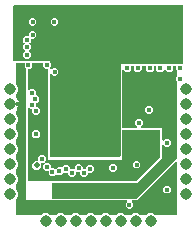
<source format=gbr>
G04 EAGLE Gerber RS-274X export*
G75*
%MOMM*%
%FSLAX34Y34*%
%LPD*%
%INCopper Layer 15*%
%IPPOS*%
%AMOC8*
5,1,8,0,0,1.08239X$1,22.5*%
G01*
%ADD10C,0.975000*%
%ADD11C,0.403200*%
%ADD12C,0.503200*%

G36*
X92425Y52283D02*
X92425Y52283D01*
X92516Y52290D01*
X92545Y52303D01*
X92577Y52308D01*
X92658Y52351D01*
X92742Y52386D01*
X92774Y52412D01*
X92795Y52423D01*
X92817Y52446D01*
X92873Y52491D01*
X93215Y52833D01*
X93268Y52907D01*
X93327Y52977D01*
X93340Y53007D01*
X93358Y53033D01*
X93385Y53120D01*
X93419Y53205D01*
X93424Y53246D01*
X93431Y53268D01*
X93430Y53300D01*
X93438Y53371D01*
X93438Y131373D01*
X145837Y131373D01*
X145856Y131376D01*
X145876Y131374D01*
X145977Y131396D01*
X146079Y131413D01*
X146097Y131422D01*
X146116Y131427D01*
X146205Y131480D01*
X146297Y131528D01*
X146310Y131542D01*
X146327Y131553D01*
X146395Y131631D01*
X146466Y131706D01*
X146474Y131724D01*
X146487Y131740D01*
X146526Y131836D01*
X146570Y131929D01*
X146572Y131949D01*
X146579Y131968D01*
X146598Y132134D01*
X146598Y180024D01*
X146595Y180043D01*
X146597Y180063D01*
X146575Y180164D01*
X146558Y180266D01*
X146549Y180284D01*
X146545Y180304D01*
X146491Y180393D01*
X146443Y180484D01*
X146429Y180498D01*
X146418Y180515D01*
X146340Y180582D01*
X146265Y180653D01*
X146247Y180662D01*
X146231Y180675D01*
X146135Y180713D01*
X146042Y180757D01*
X146022Y180759D01*
X146003Y180767D01*
X145837Y180785D01*
X3335Y180785D01*
X3315Y180782D01*
X3295Y180784D01*
X3194Y180762D01*
X3092Y180745D01*
X3074Y180736D01*
X3055Y180732D01*
X2966Y180678D01*
X2874Y180630D01*
X2861Y180616D01*
X2844Y180606D01*
X2776Y180527D01*
X2705Y180452D01*
X2697Y180434D01*
X2684Y180419D01*
X2645Y180322D01*
X2601Y180229D01*
X2599Y180209D01*
X2592Y180190D01*
X2573Y180024D01*
X2573Y134401D01*
X2576Y134381D01*
X2574Y134362D01*
X2596Y134260D01*
X2613Y134158D01*
X2622Y134141D01*
X2627Y134121D01*
X2680Y134032D01*
X2728Y133941D01*
X2743Y133927D01*
X2753Y133910D01*
X2831Y133843D01*
X2906Y133772D01*
X2924Y133763D01*
X2940Y133750D01*
X3036Y133711D01*
X3130Y133668D01*
X3149Y133666D01*
X3168Y133658D01*
X3335Y133640D01*
X29676Y133640D01*
X29766Y133655D01*
X29857Y133662D01*
X29887Y133674D01*
X29919Y133680D01*
X30000Y133722D01*
X30084Y133758D01*
X30116Y133784D01*
X30122Y133787D01*
X32886Y133787D01*
X32929Y133750D01*
X32959Y133738D01*
X32985Y133719D01*
X33072Y133692D01*
X33157Y133658D01*
X33198Y133654D01*
X33220Y133647D01*
X33252Y133648D01*
X33324Y133640D01*
X33765Y133640D01*
X33765Y133199D01*
X33780Y133109D01*
X33787Y133018D01*
X33799Y132988D01*
X33805Y132956D01*
X33847Y132875D01*
X33883Y132791D01*
X33909Y132759D01*
X33920Y132738D01*
X33943Y132716D01*
X33988Y132660D01*
X34787Y131861D01*
X34787Y129139D01*
X33988Y128340D01*
X33935Y128266D01*
X33875Y128196D01*
X33863Y128166D01*
X33844Y128140D01*
X33818Y128053D01*
X33783Y127968D01*
X33779Y127927D01*
X33772Y127905D01*
X33773Y127873D01*
X33765Y127801D01*
X33765Y127319D01*
X33776Y127248D01*
X33778Y127177D01*
X33796Y127128D01*
X33805Y127076D01*
X33838Y127013D01*
X33863Y126946D01*
X33895Y126905D01*
X33920Y126859D01*
X33972Y126810D01*
X34016Y126754D01*
X34060Y126725D01*
X34098Y126690D01*
X34163Y126659D01*
X34223Y126621D01*
X34274Y126608D01*
X34321Y126586D01*
X34392Y126578D01*
X34462Y126561D01*
X34514Y126565D01*
X34566Y126559D01*
X34636Y126574D01*
X34707Y126580D01*
X34755Y126600D01*
X34806Y126611D01*
X34868Y126648D01*
X34933Y126676D01*
X34989Y126721D01*
X35017Y126737D01*
X35032Y126755D01*
X35064Y126781D01*
X36213Y127929D01*
X38936Y127929D01*
X40861Y126004D01*
X40861Y123281D01*
X38936Y121356D01*
X36213Y121356D01*
X35064Y122504D01*
X35006Y122546D01*
X34954Y122596D01*
X34907Y122618D01*
X34865Y122648D01*
X34796Y122669D01*
X34731Y122699D01*
X34679Y122705D01*
X34630Y122720D01*
X34558Y122719D01*
X34487Y122726D01*
X34436Y122715D01*
X34384Y122714D01*
X34316Y122689D01*
X34246Y122674D01*
X34202Y122647D01*
X34153Y122630D01*
X34097Y122585D01*
X34035Y122548D01*
X34001Y122508D01*
X33961Y122476D01*
X33922Y122416D01*
X33875Y122361D01*
X33856Y122313D01*
X33828Y122269D01*
X33810Y122199D01*
X33783Y122133D01*
X33775Y122062D01*
X33768Y122030D01*
X33769Y122007D01*
X33765Y121966D01*
X33765Y53030D01*
X33768Y53010D01*
X33766Y52990D01*
X33788Y52889D01*
X33805Y52787D01*
X33814Y52769D01*
X33818Y52750D01*
X33871Y52661D01*
X33920Y52569D01*
X33934Y52556D01*
X33944Y52539D01*
X34023Y52471D01*
X34098Y52400D01*
X34116Y52392D01*
X34131Y52379D01*
X34227Y52340D01*
X34321Y52296D01*
X34341Y52294D01*
X34359Y52287D01*
X34526Y52268D01*
X92335Y52268D01*
X92425Y52283D01*
G37*
G36*
X106873Y17202D02*
X106873Y17202D01*
X106964Y17209D01*
X106994Y17221D01*
X107026Y17227D01*
X107107Y17269D01*
X107191Y17305D01*
X107223Y17331D01*
X107243Y17342D01*
X107266Y17365D01*
X107321Y17410D01*
X140940Y51028D01*
X140993Y51102D01*
X141052Y51172D01*
X141065Y51202D01*
X141083Y51228D01*
X141110Y51315D01*
X141144Y51400D01*
X141149Y51441D01*
X141156Y51463D01*
X141155Y51495D01*
X141163Y51566D01*
X141163Y116279D01*
X141148Y116369D01*
X141141Y116460D01*
X141128Y116490D01*
X141123Y116522D01*
X141080Y116603D01*
X141045Y116687D01*
X141019Y116719D01*
X141008Y116739D01*
X140985Y116761D01*
X140940Y116818D01*
X140590Y117168D01*
X140590Y119890D01*
X140940Y120240D01*
X140993Y120314D01*
X141052Y120384D01*
X141065Y120414D01*
X141083Y120440D01*
X141110Y120527D01*
X141144Y120612D01*
X141149Y120653D01*
X141156Y120675D01*
X141155Y120707D01*
X141163Y120779D01*
X141163Y125279D01*
X141156Y125320D01*
X141157Y125324D01*
X141152Y125344D01*
X141148Y125369D01*
X141141Y125460D01*
X141128Y125490D01*
X141123Y125522D01*
X141107Y125553D01*
X141104Y125564D01*
X141078Y125608D01*
X141045Y125687D01*
X141019Y125719D01*
X141008Y125739D01*
X140989Y125758D01*
X140978Y125775D01*
X140964Y125788D01*
X140940Y125818D01*
X140590Y126168D01*
X140590Y128832D01*
X140587Y128852D01*
X140589Y128872D01*
X140567Y128973D01*
X140550Y129075D01*
X140541Y129093D01*
X140537Y129112D01*
X140483Y129201D01*
X140435Y129293D01*
X140421Y129306D01*
X140410Y129323D01*
X140332Y129391D01*
X140257Y129462D01*
X140239Y129470D01*
X140223Y129483D01*
X140127Y129522D01*
X140034Y129566D01*
X140014Y129568D01*
X139995Y129575D01*
X139829Y129594D01*
X138925Y129594D01*
X138905Y129591D01*
X138885Y129593D01*
X138784Y129571D01*
X138682Y129554D01*
X138664Y129545D01*
X138645Y129540D01*
X138556Y129487D01*
X138464Y129439D01*
X138451Y129424D01*
X138434Y129414D01*
X138366Y129336D01*
X138295Y129261D01*
X138287Y129243D01*
X138274Y129227D01*
X138235Y129131D01*
X138191Y129037D01*
X138189Y129018D01*
X138182Y128999D01*
X138163Y128832D01*
X138163Y126167D01*
X136238Y124242D01*
X133515Y124242D01*
X131415Y126342D01*
X131399Y126354D01*
X131386Y126370D01*
X131299Y126426D01*
X131215Y126486D01*
X131196Y126492D01*
X131179Y126503D01*
X131079Y126528D01*
X130980Y126558D01*
X130960Y126558D01*
X130941Y126563D01*
X130838Y126555D01*
X130734Y126552D01*
X130715Y126545D01*
X130696Y126544D01*
X130601Y126503D01*
X130503Y126468D01*
X130487Y126455D01*
X130469Y126447D01*
X130338Y126342D01*
X128238Y124242D01*
X125515Y124242D01*
X123590Y126167D01*
X123590Y128832D01*
X123587Y128852D01*
X123589Y128872D01*
X123567Y128973D01*
X123550Y129075D01*
X123541Y129093D01*
X123537Y129112D01*
X123483Y129201D01*
X123435Y129293D01*
X123421Y129306D01*
X123410Y129323D01*
X123332Y129391D01*
X123257Y129462D01*
X123239Y129470D01*
X123223Y129483D01*
X123127Y129522D01*
X123034Y129566D01*
X123014Y129568D01*
X122995Y129575D01*
X122829Y129594D01*
X122456Y129594D01*
X122436Y129591D01*
X122416Y129593D01*
X122315Y129571D01*
X122213Y129554D01*
X122195Y129545D01*
X122176Y129540D01*
X122087Y129487D01*
X121995Y129439D01*
X121982Y129424D01*
X121965Y129414D01*
X121897Y129336D01*
X121826Y129261D01*
X121818Y129243D01*
X121805Y129227D01*
X121766Y129131D01*
X121722Y129037D01*
X121720Y129018D01*
X121713Y128999D01*
X121694Y128832D01*
X121694Y126101D01*
X119769Y124176D01*
X117046Y124176D01*
X115121Y126101D01*
X115121Y128832D01*
X115118Y128852D01*
X115120Y128872D01*
X115098Y128973D01*
X115081Y129075D01*
X115072Y129093D01*
X115068Y129112D01*
X115014Y129201D01*
X114966Y129293D01*
X114952Y129306D01*
X114941Y129323D01*
X114863Y129391D01*
X114788Y129462D01*
X114770Y129470D01*
X114754Y129483D01*
X114658Y129522D01*
X114565Y129566D01*
X114545Y129568D01*
X114526Y129575D01*
X114360Y129594D01*
X112196Y129594D01*
X112176Y129591D01*
X112156Y129593D01*
X112055Y129571D01*
X111953Y129554D01*
X111935Y129545D01*
X111916Y129540D01*
X111827Y129487D01*
X111736Y129439D01*
X111722Y129424D01*
X111705Y129414D01*
X111637Y129336D01*
X111566Y129261D01*
X111558Y129243D01*
X111545Y129227D01*
X111506Y129131D01*
X111463Y129037D01*
X111460Y129018D01*
X111453Y128999D01*
X111434Y128832D01*
X111434Y126101D01*
X109509Y124176D01*
X106786Y124176D01*
X104861Y126101D01*
X104861Y128832D01*
X104858Y128852D01*
X104860Y128872D01*
X104838Y128973D01*
X104821Y129075D01*
X104812Y129093D01*
X104808Y129112D01*
X104754Y129201D01*
X104706Y129293D01*
X104692Y129306D01*
X104681Y129323D01*
X104603Y129391D01*
X104528Y129462D01*
X104510Y129470D01*
X104495Y129483D01*
X104398Y129522D01*
X104305Y129566D01*
X104285Y129568D01*
X104266Y129575D01*
X104100Y129594D01*
X102890Y129594D01*
X102870Y129591D01*
X102850Y129593D01*
X102749Y129571D01*
X102647Y129554D01*
X102629Y129545D01*
X102610Y129540D01*
X102521Y129487D01*
X102429Y129439D01*
X102416Y129424D01*
X102399Y129414D01*
X102331Y129336D01*
X102260Y129261D01*
X102252Y129243D01*
X102239Y129227D01*
X102200Y129131D01*
X102156Y129037D01*
X102154Y129018D01*
X102147Y128999D01*
X102128Y128832D01*
X102128Y126206D01*
X100203Y124281D01*
X97480Y124281D01*
X96069Y125692D01*
X96011Y125733D01*
X95959Y125783D01*
X95912Y125805D01*
X95870Y125835D01*
X95801Y125856D01*
X95736Y125886D01*
X95684Y125892D01*
X95635Y125908D01*
X95563Y125906D01*
X95492Y125914D01*
X95441Y125903D01*
X95389Y125901D01*
X95321Y125877D01*
X95251Y125861D01*
X95207Y125835D01*
X95158Y125817D01*
X95102Y125772D01*
X95040Y125735D01*
X95006Y125696D01*
X94966Y125663D01*
X94927Y125603D01*
X94880Y125548D01*
X94861Y125500D01*
X94833Y125456D01*
X94815Y125387D01*
X94788Y125320D01*
X94780Y125249D01*
X94773Y125218D01*
X94774Y125194D01*
X94770Y125153D01*
X94770Y77857D01*
X94773Y77838D01*
X94771Y77818D01*
X94793Y77717D01*
X94810Y77615D01*
X94819Y77597D01*
X94823Y77578D01*
X94876Y77489D01*
X94925Y77397D01*
X94939Y77384D01*
X94949Y77367D01*
X95028Y77299D01*
X95103Y77228D01*
X95121Y77220D01*
X95136Y77207D01*
X95232Y77168D01*
X95326Y77124D01*
X95346Y77122D01*
X95364Y77115D01*
X95531Y77096D01*
X106850Y77096D01*
X106921Y77108D01*
X106993Y77110D01*
X107042Y77128D01*
X107093Y77136D01*
X107156Y77170D01*
X107224Y77194D01*
X107264Y77227D01*
X107310Y77251D01*
X107360Y77303D01*
X107416Y77348D01*
X107444Y77392D01*
X107480Y77429D01*
X107510Y77494D01*
X107549Y77555D01*
X107561Y77605D01*
X107583Y77652D01*
X107591Y77724D01*
X107609Y77793D01*
X107605Y77845D01*
X107610Y77897D01*
X107595Y77967D01*
X107590Y78038D01*
X107569Y78086D01*
X107558Y78137D01*
X107521Y78199D01*
X107493Y78265D01*
X107448Y78321D01*
X107432Y78348D01*
X107414Y78364D01*
X107388Y78396D01*
X105661Y80123D01*
X105661Y82846D01*
X107586Y84771D01*
X110309Y84771D01*
X112234Y82846D01*
X112234Y80123D01*
X110507Y78396D01*
X110465Y78338D01*
X110416Y78286D01*
X110394Y78238D01*
X110363Y78196D01*
X110342Y78128D01*
X110312Y78062D01*
X110306Y78011D01*
X110291Y77961D01*
X110293Y77889D01*
X110285Y77818D01*
X110296Y77767D01*
X110297Y77715D01*
X110322Y77648D01*
X110337Y77578D01*
X110364Y77533D01*
X110382Y77484D01*
X110427Y77428D01*
X110463Y77367D01*
X110503Y77333D01*
X110535Y77292D01*
X110596Y77253D01*
X110650Y77207D01*
X110699Y77187D01*
X110742Y77159D01*
X110812Y77142D01*
X110878Y77115D01*
X110950Y77107D01*
X110981Y77099D01*
X111004Y77101D01*
X111045Y77096D01*
X128861Y77096D01*
X128861Y67124D01*
X128873Y67053D01*
X128875Y66982D01*
X128893Y66933D01*
X128901Y66881D01*
X128935Y66818D01*
X128959Y66751D01*
X128992Y66710D01*
X129016Y66664D01*
X129068Y66615D01*
X129113Y66559D01*
X129157Y66531D01*
X129194Y66495D01*
X129259Y66464D01*
X129320Y66426D01*
X129370Y66413D01*
X129418Y66391D01*
X129489Y66383D01*
X129558Y66366D01*
X129610Y66370D01*
X129662Y66364D01*
X129732Y66379D01*
X129804Y66385D01*
X129851Y66405D01*
X129902Y66416D01*
X129964Y66453D01*
X130030Y66481D01*
X130086Y66526D01*
X130113Y66542D01*
X130129Y66560D01*
X130161Y66586D01*
X131421Y67846D01*
X134144Y67846D01*
X136069Y65921D01*
X136069Y63198D01*
X134144Y61272D01*
X131421Y61272D01*
X130161Y62533D01*
X130103Y62574D01*
X130051Y62624D01*
X130003Y62646D01*
X129961Y62676D01*
X129893Y62697D01*
X129828Y62727D01*
X129776Y62733D01*
X129726Y62748D01*
X129654Y62747D01*
X129583Y62754D01*
X129532Y62743D01*
X129480Y62742D01*
X129413Y62717D01*
X129343Y62702D01*
X129298Y62676D01*
X129249Y62658D01*
X129193Y62613D01*
X129132Y62576D01*
X129098Y62536D01*
X129057Y62504D01*
X129018Y62444D01*
X128972Y62389D01*
X128952Y62341D01*
X128924Y62297D01*
X128907Y62228D01*
X128880Y62161D01*
X128872Y62090D01*
X128864Y62058D01*
X128866Y62035D01*
X128861Y61994D01*
X128861Y51898D01*
X107497Y30534D01*
X36058Y30534D01*
X36038Y30531D01*
X36018Y30533D01*
X35917Y30511D01*
X35815Y30494D01*
X35797Y30485D01*
X35778Y30480D01*
X35689Y30427D01*
X35597Y30379D01*
X35584Y30364D01*
X35567Y30354D01*
X35499Y30276D01*
X35428Y30201D01*
X35420Y30183D01*
X35407Y30167D01*
X35368Y30071D01*
X35324Y29977D01*
X35322Y29958D01*
X35315Y29939D01*
X35296Y29772D01*
X35296Y17948D01*
X35300Y17928D01*
X35297Y17909D01*
X35319Y17807D01*
X35336Y17705D01*
X35345Y17688D01*
X35350Y17668D01*
X35403Y17579D01*
X35451Y17488D01*
X35466Y17474D01*
X35476Y17457D01*
X35554Y17390D01*
X35629Y17319D01*
X35648Y17310D01*
X35663Y17297D01*
X35759Y17259D01*
X35853Y17215D01*
X35872Y17213D01*
X35891Y17205D01*
X36058Y17187D01*
X106783Y17187D01*
X106873Y17202D01*
G37*
G36*
X105834Y32037D02*
X105834Y32037D01*
X105924Y32044D01*
X105954Y32057D01*
X105986Y32062D01*
X106067Y32105D01*
X106151Y32140D01*
X106183Y32166D01*
X106204Y32177D01*
X106226Y32200D01*
X106282Y32245D01*
X126716Y52679D01*
X126769Y52753D01*
X126828Y52823D01*
X126841Y52853D01*
X126859Y52879D01*
X126886Y52966D01*
X126920Y53051D01*
X126925Y53092D01*
X126932Y53114D01*
X126931Y53146D01*
X126939Y53217D01*
X126939Y74936D01*
X126936Y74956D01*
X126938Y74976D01*
X126916Y75077D01*
X126899Y75179D01*
X126890Y75197D01*
X126886Y75216D01*
X126832Y75305D01*
X126784Y75397D01*
X126770Y75410D01*
X126759Y75427D01*
X126681Y75495D01*
X126606Y75566D01*
X126588Y75574D01*
X126572Y75587D01*
X126476Y75626D01*
X126383Y75670D01*
X126363Y75672D01*
X126344Y75679D01*
X126178Y75698D01*
X95583Y75698D01*
X95563Y75695D01*
X95543Y75697D01*
X95442Y75675D01*
X95340Y75658D01*
X95322Y75649D01*
X95303Y75644D01*
X95214Y75591D01*
X95123Y75543D01*
X95109Y75528D01*
X95092Y75518D01*
X95024Y75440D01*
X94953Y75365D01*
X94945Y75347D01*
X94932Y75331D01*
X94893Y75235D01*
X94850Y75141D01*
X94847Y75122D01*
X94840Y75103D01*
X94821Y74936D01*
X94821Y50275D01*
X31859Y50275D01*
X31859Y126452D01*
X31856Y126472D01*
X31858Y126491D01*
X31836Y126593D01*
X31819Y126695D01*
X31810Y126712D01*
X31806Y126732D01*
X31752Y126821D01*
X31704Y126912D01*
X31690Y126926D01*
X31679Y126943D01*
X31601Y127010D01*
X31526Y127082D01*
X31508Y127090D01*
X31492Y127103D01*
X31396Y127142D01*
X31303Y127185D01*
X31283Y127187D01*
X31264Y127195D01*
X31098Y127213D01*
X30139Y127213D01*
X28213Y129139D01*
X28213Y131232D01*
X28210Y131252D01*
X28212Y131271D01*
X28190Y131373D01*
X28174Y131475D01*
X28164Y131492D01*
X28160Y131512D01*
X28107Y131601D01*
X28058Y131692D01*
X28044Y131706D01*
X28034Y131723D01*
X27955Y131790D01*
X27880Y131861D01*
X27862Y131870D01*
X27847Y131883D01*
X27751Y131922D01*
X27657Y131965D01*
X27637Y131967D01*
X27619Y131975D01*
X27452Y131993D01*
X19548Y131993D01*
X19528Y131990D01*
X19509Y131992D01*
X19407Y131970D01*
X19305Y131953D01*
X19288Y131944D01*
X19268Y131940D01*
X19179Y131887D01*
X19088Y131838D01*
X19074Y131824D01*
X19057Y131814D01*
X18990Y131735D01*
X18918Y131660D01*
X18910Y131642D01*
X18897Y131627D01*
X18858Y131531D01*
X18815Y131437D01*
X18813Y131417D01*
X18805Y131399D01*
X18787Y131232D01*
X18787Y128639D01*
X16861Y126713D01*
X15906Y126713D01*
X15886Y126710D01*
X15866Y126712D01*
X15765Y126690D01*
X15663Y126674D01*
X15646Y126664D01*
X15626Y126660D01*
X15537Y126607D01*
X15446Y126558D01*
X15432Y126544D01*
X15415Y126534D01*
X15348Y126455D01*
X15276Y126380D01*
X15268Y126362D01*
X15255Y126347D01*
X15216Y126251D01*
X15173Y126157D01*
X15171Y126137D01*
X15163Y126119D01*
X15145Y125952D01*
X15145Y109850D01*
X15156Y109779D01*
X15158Y109708D01*
X15176Y109659D01*
X15184Y109607D01*
X15218Y109544D01*
X15243Y109477D01*
X15275Y109436D01*
X15299Y109390D01*
X15351Y109340D01*
X15396Y109284D01*
X15440Y109256D01*
X15478Y109220D01*
X15543Y109190D01*
X15603Y109151D01*
X15654Y109139D01*
X15701Y109117D01*
X15772Y109109D01*
X15842Y109091D01*
X15894Y109095D01*
X15945Y109090D01*
X16015Y109105D01*
X16087Y109111D01*
X16135Y109131D01*
X16186Y109142D01*
X16247Y109179D01*
X16313Y109207D01*
X16369Y109252D01*
X16397Y109268D01*
X16412Y109286D01*
X16444Y109312D01*
X16949Y109817D01*
X19672Y109817D01*
X21598Y107892D01*
X21598Y105533D01*
X21601Y105513D01*
X21599Y105493D01*
X21621Y105392D01*
X21637Y105290D01*
X21647Y105272D01*
X21651Y105253D01*
X21704Y105164D01*
X21752Y105073D01*
X21767Y105059D01*
X21777Y105042D01*
X21856Y104974D01*
X21931Y104903D01*
X21949Y104895D01*
X21964Y104882D01*
X22060Y104843D01*
X22154Y104800D01*
X22174Y104797D01*
X22192Y104790D01*
X22359Y104771D01*
X22809Y104771D01*
X24734Y102846D01*
X24734Y100123D01*
X22809Y98198D01*
X22496Y98198D01*
X22476Y98195D01*
X22456Y98197D01*
X22355Y98175D01*
X22253Y98158D01*
X22235Y98149D01*
X22216Y98145D01*
X22127Y98091D01*
X22035Y98043D01*
X22022Y98029D01*
X22005Y98019D01*
X21937Y97940D01*
X21866Y97865D01*
X21858Y97847D01*
X21845Y97832D01*
X21806Y97735D01*
X21762Y97642D01*
X21760Y97622D01*
X21753Y97603D01*
X21734Y97437D01*
X21734Y95533D01*
X21738Y95513D01*
X21735Y95493D01*
X21757Y95392D01*
X21774Y95290D01*
X21783Y95272D01*
X21788Y95253D01*
X21841Y95164D01*
X21889Y95073D01*
X21904Y95059D01*
X21914Y95042D01*
X21993Y94974D01*
X22068Y94903D01*
X22086Y94895D01*
X22101Y94882D01*
X22197Y94843D01*
X22291Y94800D01*
X22310Y94797D01*
X22329Y94790D01*
X22496Y94771D01*
X23178Y94771D01*
X25103Y92846D01*
X25103Y90123D01*
X23178Y88198D01*
X20455Y88198D01*
X18530Y90123D01*
X18530Y92437D01*
X18526Y92456D01*
X18529Y92476D01*
X18507Y92577D01*
X18490Y92679D01*
X18481Y92697D01*
X18476Y92717D01*
X18423Y92806D01*
X18375Y92897D01*
X18360Y92911D01*
X18350Y92928D01*
X18271Y92995D01*
X18196Y93066D01*
X18178Y93075D01*
X18163Y93088D01*
X18067Y93126D01*
X17973Y93170D01*
X17954Y93172D01*
X17935Y93180D01*
X17768Y93198D01*
X17086Y93198D01*
X16444Y93840D01*
X16386Y93882D01*
X16334Y93931D01*
X16287Y93953D01*
X16244Y93984D01*
X16176Y94005D01*
X16111Y94035D01*
X16059Y94041D01*
X16009Y94056D01*
X15938Y94054D01*
X15866Y94062D01*
X15816Y94051D01*
X15763Y94050D01*
X15696Y94025D01*
X15626Y94010D01*
X15581Y93983D01*
X15532Y93965D01*
X15476Y93920D01*
X15415Y93884D01*
X15381Y93844D01*
X15340Y93811D01*
X15302Y93751D01*
X15255Y93697D01*
X15236Y93648D01*
X15207Y93604D01*
X15190Y93535D01*
X15163Y93468D01*
X15155Y93397D01*
X15147Y93366D01*
X15149Y93343D01*
X15145Y93302D01*
X15145Y32783D01*
X15148Y32764D01*
X15146Y32744D01*
X15168Y32643D01*
X15184Y32541D01*
X15194Y32523D01*
X15198Y32504D01*
X15251Y32415D01*
X15299Y32323D01*
X15314Y32310D01*
X15324Y32292D01*
X15403Y32225D01*
X15478Y32154D01*
X15496Y32146D01*
X15511Y32133D01*
X15607Y32094D01*
X15701Y32050D01*
X15721Y32048D01*
X15739Y32041D01*
X15906Y32022D01*
X105743Y32022D01*
X105834Y32037D01*
G37*
G36*
X26125Y3515D02*
X26125Y3515D01*
X26216Y3522D01*
X26246Y3535D01*
X26278Y3540D01*
X26358Y3583D01*
X26442Y3618D01*
X26474Y3644D01*
X26495Y3655D01*
X26517Y3678D01*
X26536Y3694D01*
X28808Y4635D01*
X31253Y4635D01*
X33534Y3690D01*
X33561Y3670D01*
X33631Y3611D01*
X33661Y3598D01*
X33687Y3580D01*
X33774Y3553D01*
X33859Y3519D01*
X33900Y3514D01*
X33922Y3507D01*
X33954Y3508D01*
X34025Y3500D01*
X38735Y3500D01*
X38825Y3515D01*
X38916Y3522D01*
X38946Y3535D01*
X38978Y3540D01*
X39058Y3583D01*
X39142Y3618D01*
X39174Y3644D01*
X39195Y3655D01*
X39217Y3678D01*
X39236Y3694D01*
X41508Y4635D01*
X43953Y4635D01*
X46234Y3690D01*
X46261Y3670D01*
X46331Y3611D01*
X46361Y3598D01*
X46387Y3580D01*
X46474Y3553D01*
X46559Y3519D01*
X46600Y3514D01*
X46622Y3507D01*
X46654Y3508D01*
X46725Y3500D01*
X51435Y3500D01*
X51525Y3515D01*
X51616Y3522D01*
X51646Y3535D01*
X51678Y3540D01*
X51758Y3583D01*
X51842Y3618D01*
X51874Y3644D01*
X51895Y3655D01*
X51917Y3678D01*
X51936Y3694D01*
X54208Y4635D01*
X56653Y4635D01*
X58934Y3690D01*
X58961Y3670D01*
X59031Y3611D01*
X59061Y3598D01*
X59087Y3580D01*
X59174Y3553D01*
X59259Y3519D01*
X59300Y3514D01*
X59322Y3507D01*
X59354Y3508D01*
X59425Y3500D01*
X64135Y3500D01*
X64225Y3515D01*
X64316Y3522D01*
X64346Y3535D01*
X64378Y3540D01*
X64458Y3583D01*
X64542Y3618D01*
X64574Y3644D01*
X64595Y3655D01*
X64617Y3678D01*
X64636Y3694D01*
X66908Y4635D01*
X69353Y4635D01*
X71634Y3690D01*
X71661Y3670D01*
X71731Y3611D01*
X71761Y3598D01*
X71787Y3580D01*
X71874Y3553D01*
X71959Y3519D01*
X72000Y3514D01*
X72022Y3507D01*
X72054Y3508D01*
X72125Y3500D01*
X76835Y3500D01*
X76925Y3515D01*
X77016Y3522D01*
X77046Y3535D01*
X77078Y3540D01*
X77158Y3583D01*
X77242Y3618D01*
X77274Y3644D01*
X77295Y3655D01*
X77317Y3678D01*
X77336Y3694D01*
X79608Y4635D01*
X82053Y4635D01*
X84334Y3690D01*
X84361Y3670D01*
X84431Y3611D01*
X84461Y3598D01*
X84487Y3580D01*
X84574Y3553D01*
X84659Y3519D01*
X84700Y3514D01*
X84722Y3507D01*
X84754Y3508D01*
X84825Y3500D01*
X89535Y3500D01*
X89625Y3515D01*
X89716Y3522D01*
X89746Y3535D01*
X89778Y3540D01*
X89858Y3583D01*
X89942Y3618D01*
X89974Y3644D01*
X89995Y3655D01*
X90017Y3678D01*
X90036Y3694D01*
X92308Y4635D01*
X94753Y4635D01*
X97034Y3690D01*
X97061Y3670D01*
X97131Y3611D01*
X97161Y3598D01*
X97187Y3580D01*
X97274Y3553D01*
X97359Y3519D01*
X97400Y3514D01*
X97422Y3507D01*
X97454Y3508D01*
X97525Y3500D01*
X102235Y3500D01*
X102325Y3515D01*
X102416Y3522D01*
X102446Y3535D01*
X102478Y3540D01*
X102558Y3583D01*
X102642Y3618D01*
X102674Y3644D01*
X102695Y3655D01*
X102717Y3678D01*
X102736Y3694D01*
X105008Y4635D01*
X107453Y4635D01*
X109734Y3690D01*
X109761Y3670D01*
X109831Y3611D01*
X109861Y3598D01*
X109887Y3580D01*
X109974Y3553D01*
X110059Y3519D01*
X110100Y3514D01*
X110122Y3507D01*
X110154Y3508D01*
X110225Y3500D01*
X114935Y3500D01*
X115025Y3515D01*
X115116Y3522D01*
X115146Y3535D01*
X115178Y3540D01*
X115258Y3583D01*
X115342Y3618D01*
X115374Y3644D01*
X115395Y3655D01*
X115417Y3678D01*
X115436Y3694D01*
X117708Y4635D01*
X120153Y4635D01*
X122434Y3690D01*
X122461Y3670D01*
X122531Y3611D01*
X122561Y3598D01*
X122587Y3580D01*
X122674Y3553D01*
X122759Y3519D01*
X122800Y3514D01*
X122822Y3507D01*
X122854Y3508D01*
X122925Y3500D01*
X140529Y3500D01*
X140548Y3503D01*
X140568Y3501D01*
X140669Y3523D01*
X140771Y3540D01*
X140789Y3549D01*
X140808Y3554D01*
X140897Y3607D01*
X140989Y3655D01*
X141002Y3669D01*
X141019Y3680D01*
X141087Y3758D01*
X141158Y3833D01*
X141166Y3851D01*
X141179Y3867D01*
X141218Y3963D01*
X141262Y4056D01*
X141264Y4076D01*
X141271Y4095D01*
X141290Y4261D01*
X141290Y47629D01*
X141278Y47700D01*
X141276Y47772D01*
X141258Y47821D01*
X141250Y47872D01*
X141217Y47935D01*
X141192Y48003D01*
X141159Y48044D01*
X141135Y48090D01*
X141083Y48139D01*
X141038Y48195D01*
X140994Y48223D01*
X140957Y48259D01*
X140892Y48289D01*
X140831Y48328D01*
X140781Y48341D01*
X140734Y48363D01*
X140662Y48371D01*
X140593Y48388D01*
X140541Y48384D01*
X140489Y48390D01*
X140419Y48374D01*
X140348Y48369D01*
X140300Y48349D01*
X140249Y48337D01*
X140187Y48301D01*
X140121Y48273D01*
X140065Y48228D01*
X140038Y48211D01*
X140022Y48193D01*
X139990Y48168D01*
X107728Y15905D01*
X103581Y15905D01*
X103510Y15894D01*
X103438Y15892D01*
X103389Y15874D01*
X103338Y15865D01*
X103275Y15832D01*
X103207Y15807D01*
X103167Y15775D01*
X103121Y15750D01*
X103071Y15698D01*
X103015Y15654D01*
X102987Y15610D01*
X102951Y15572D01*
X102921Y15507D01*
X102882Y15447D01*
X102870Y15396D01*
X102848Y15349D01*
X102840Y15278D01*
X102822Y15208D01*
X102826Y15156D01*
X102821Y15104D01*
X102836Y15034D01*
X102841Y14963D01*
X102862Y14915D01*
X102873Y14864D01*
X102910Y14802D01*
X102938Y14737D01*
X102982Y14681D01*
X102999Y14653D01*
X103017Y14638D01*
X103042Y14606D01*
X104287Y13361D01*
X104287Y10639D01*
X102361Y8713D01*
X99639Y8713D01*
X97713Y10639D01*
X97713Y13361D01*
X98958Y14606D01*
X98999Y14664D01*
X99049Y14716D01*
X99071Y14763D01*
X99101Y14805D01*
X99122Y14874D01*
X99152Y14939D01*
X99158Y14991D01*
X99173Y15040D01*
X99172Y15112D01*
X99179Y15183D01*
X99168Y15234D01*
X99167Y15286D01*
X99142Y15354D01*
X99127Y15424D01*
X99101Y15468D01*
X99083Y15517D01*
X99038Y15573D01*
X99001Y15635D01*
X98961Y15669D01*
X98929Y15709D01*
X98869Y15748D01*
X98814Y15795D01*
X98766Y15814D01*
X98722Y15842D01*
X98653Y15860D01*
X98586Y15887D01*
X98515Y15895D01*
X98483Y15902D01*
X98460Y15901D01*
X98419Y15905D01*
X13739Y15905D01*
X13739Y126798D01*
X13724Y126888D01*
X13717Y126979D01*
X13704Y127009D01*
X13699Y127041D01*
X13656Y127121D01*
X13620Y127205D01*
X13595Y127237D01*
X13584Y127258D01*
X13560Y127280D01*
X13536Y127311D01*
X13534Y127314D01*
X13532Y127315D01*
X13516Y127336D01*
X12213Y128639D01*
X12213Y131353D01*
X12210Y131373D01*
X12212Y131393D01*
X12190Y131494D01*
X12174Y131596D01*
X12164Y131614D01*
X12160Y131633D01*
X12107Y131722D01*
X12058Y131813D01*
X12044Y131827D01*
X12034Y131844D01*
X11955Y131912D01*
X11880Y131983D01*
X11862Y131991D01*
X11847Y132004D01*
X11751Y132043D01*
X11657Y132086D01*
X11637Y132089D01*
X11619Y132096D01*
X11452Y132115D01*
X5444Y132115D01*
X5424Y132111D01*
X5404Y132114D01*
X5303Y132092D01*
X5201Y132075D01*
X5183Y132066D01*
X5164Y132061D01*
X5075Y132008D01*
X4983Y131960D01*
X4970Y131945D01*
X4953Y131935D01*
X4885Y131856D01*
X4814Y131781D01*
X4806Y131763D01*
X4793Y131748D01*
X4754Y131652D01*
X4710Y131558D01*
X4708Y131539D01*
X4701Y131520D01*
X4682Y131353D01*
X4682Y114489D01*
X4697Y114399D01*
X4704Y114308D01*
X4717Y114278D01*
X4722Y114246D01*
X4765Y114166D01*
X4800Y114082D01*
X4826Y114050D01*
X4837Y114029D01*
X4860Y114007D01*
X4905Y113951D01*
X5457Y113399D01*
X6392Y111140D01*
X6392Y108695D01*
X5457Y106437D01*
X4905Y105885D01*
X4852Y105811D01*
X4793Y105742D01*
X4781Y105712D01*
X4762Y105685D01*
X4735Y105598D01*
X4701Y105514D01*
X4696Y105473D01*
X4689Y105450D01*
X4690Y105418D01*
X4682Y105347D01*
X4682Y103580D01*
X4689Y103538D01*
X4687Y103495D01*
X4709Y103417D01*
X4722Y103337D01*
X4742Y103299D01*
X4754Y103258D01*
X4799Y103191D01*
X4837Y103120D01*
X4868Y103090D01*
X4892Y103055D01*
X4923Y103029D01*
X6007Y101945D01*
X6818Y100731D01*
X7377Y99381D01*
X7505Y98741D01*
X5444Y98741D01*
X5424Y98738D01*
X5404Y98740D01*
X5303Y98718D01*
X5201Y98701D01*
X5183Y98692D01*
X5164Y98688D01*
X5075Y98635D01*
X4983Y98586D01*
X4970Y98572D01*
X4953Y98562D01*
X4885Y98483D01*
X4814Y98408D01*
X4806Y98390D01*
X4793Y98375D01*
X4754Y98279D01*
X4710Y98185D01*
X4708Y98165D01*
X4701Y98147D01*
X4682Y97980D01*
X4682Y96456D01*
X4686Y96436D01*
X4683Y96416D01*
X4705Y96315D01*
X4722Y96213D01*
X4731Y96196D01*
X4736Y96176D01*
X4789Y96087D01*
X4837Y95996D01*
X4852Y95982D01*
X4862Y95965D01*
X4940Y95898D01*
X5015Y95826D01*
X5034Y95818D01*
X5049Y95805D01*
X5145Y95766D01*
X5239Y95723D01*
X5258Y95721D01*
X5277Y95713D01*
X5444Y95695D01*
X7505Y95695D01*
X7377Y95055D01*
X6818Y93705D01*
X6007Y92491D01*
X4956Y91440D01*
X4953Y91438D01*
X4945Y91428D01*
X4921Y91405D01*
X4903Y91380D01*
X4900Y91376D01*
X4841Y91321D01*
X4821Y91283D01*
X4793Y91251D01*
X4762Y91176D01*
X4724Y91105D01*
X4717Y91063D01*
X4701Y91023D01*
X4684Y90873D01*
X4682Y90862D01*
X4683Y90860D01*
X4682Y90856D01*
X4682Y89089D01*
X4697Y88999D01*
X4704Y88908D01*
X4717Y88878D01*
X4722Y88846D01*
X4765Y88766D01*
X4800Y88682D01*
X4826Y88650D01*
X4837Y88629D01*
X4860Y88607D01*
X4905Y88551D01*
X5457Y87999D01*
X6392Y85740D01*
X6392Y83295D01*
X5457Y81037D01*
X4905Y80485D01*
X4852Y80411D01*
X4793Y80342D01*
X4781Y80312D01*
X4762Y80285D01*
X4735Y80198D01*
X4701Y80114D01*
X4696Y80073D01*
X4689Y80050D01*
X4690Y80018D01*
X4682Y79947D01*
X4682Y76389D01*
X4697Y76299D01*
X4704Y76208D01*
X4717Y76178D01*
X4722Y76146D01*
X4765Y76066D01*
X4800Y75982D01*
X4826Y75950D01*
X4837Y75929D01*
X4860Y75907D01*
X4905Y75851D01*
X5457Y75299D01*
X6392Y73040D01*
X6392Y70595D01*
X5457Y68337D01*
X4905Y67785D01*
X4852Y67711D01*
X4793Y67642D01*
X4781Y67612D01*
X4762Y67585D01*
X4735Y67498D01*
X4701Y67414D01*
X4696Y67373D01*
X4689Y67350D01*
X4690Y67318D01*
X4682Y67247D01*
X4682Y63689D01*
X4697Y63599D01*
X4704Y63508D01*
X4717Y63478D01*
X4722Y63446D01*
X4765Y63366D01*
X4800Y63282D01*
X4826Y63250D01*
X4837Y63229D01*
X4860Y63207D01*
X4905Y63151D01*
X5457Y62599D01*
X6392Y60340D01*
X6392Y57895D01*
X5457Y55637D01*
X4905Y55085D01*
X4852Y55011D01*
X4793Y54942D01*
X4781Y54912D01*
X4762Y54885D01*
X4735Y54798D01*
X4701Y54714D01*
X4696Y54673D01*
X4689Y54650D01*
X4690Y54618D01*
X4682Y54547D01*
X4682Y50989D01*
X4697Y50899D01*
X4704Y50808D01*
X4717Y50778D01*
X4722Y50746D01*
X4765Y50666D01*
X4800Y50582D01*
X4826Y50550D01*
X4837Y50529D01*
X4860Y50507D01*
X4905Y50451D01*
X5457Y49899D01*
X6392Y47640D01*
X6392Y45195D01*
X5457Y42937D01*
X4905Y42385D01*
X4852Y42311D01*
X4793Y42242D01*
X4781Y42212D01*
X4762Y42185D01*
X4735Y42098D01*
X4701Y42014D01*
X4696Y41973D01*
X4689Y41950D01*
X4690Y41918D01*
X4682Y41847D01*
X4682Y38289D01*
X4697Y38199D01*
X4704Y38108D01*
X4717Y38078D01*
X4722Y38046D01*
X4765Y37966D01*
X4800Y37882D01*
X4826Y37850D01*
X4837Y37829D01*
X4860Y37807D01*
X4905Y37751D01*
X5457Y37199D01*
X6392Y34940D01*
X6392Y32495D01*
X5457Y30237D01*
X4905Y29685D01*
X4852Y29611D01*
X4793Y29542D01*
X4781Y29512D01*
X4762Y29485D01*
X4735Y29398D01*
X4701Y29314D01*
X4696Y29273D01*
X4689Y29250D01*
X4690Y29218D01*
X4682Y29147D01*
X4682Y25589D01*
X4697Y25499D01*
X4704Y25408D01*
X4717Y25378D01*
X4722Y25346D01*
X4748Y25297D01*
X4750Y25294D01*
X4765Y25266D01*
X4800Y25182D01*
X4826Y25150D01*
X4837Y25129D01*
X4860Y25107D01*
X4865Y25101D01*
X4874Y25086D01*
X4884Y25077D01*
X4905Y25051D01*
X5457Y24499D01*
X6392Y22240D01*
X6392Y19795D01*
X5457Y17537D01*
X4905Y16985D01*
X4852Y16911D01*
X4839Y16895D01*
X4814Y16870D01*
X4811Y16863D01*
X4793Y16842D01*
X4781Y16812D01*
X4762Y16785D01*
X4736Y16701D01*
X4710Y16646D01*
X4709Y16634D01*
X4701Y16614D01*
X4696Y16573D01*
X4689Y16550D01*
X4690Y16518D01*
X4682Y16447D01*
X4682Y4261D01*
X4686Y4242D01*
X4683Y4222D01*
X4705Y4121D01*
X4722Y4019D01*
X4731Y4001D01*
X4736Y3982D01*
X4789Y3893D01*
X4837Y3801D01*
X4852Y3788D01*
X4862Y3771D01*
X4940Y3703D01*
X5015Y3632D01*
X5034Y3624D01*
X5049Y3611D01*
X5145Y3572D01*
X5239Y3528D01*
X5258Y3526D01*
X5277Y3519D01*
X5444Y3500D01*
X26035Y3500D01*
X26125Y3515D01*
G37*
%LPC*%
G36*
X61280Y35807D02*
X61280Y35807D01*
X59355Y37733D01*
X59355Y38952D01*
X59351Y38972D01*
X59354Y38991D01*
X59332Y39093D01*
X59315Y39195D01*
X59306Y39212D01*
X59301Y39232D01*
X59248Y39321D01*
X59200Y39412D01*
X59185Y39426D01*
X59175Y39443D01*
X59097Y39510D01*
X59022Y39582D01*
X59003Y39590D01*
X58988Y39603D01*
X58892Y39642D01*
X58798Y39685D01*
X58779Y39687D01*
X58760Y39695D01*
X58593Y39713D01*
X56653Y39713D01*
X56633Y39710D01*
X56613Y39712D01*
X56512Y39690D01*
X56410Y39674D01*
X56392Y39664D01*
X56373Y39660D01*
X56284Y39607D01*
X56193Y39558D01*
X56179Y39544D01*
X56162Y39534D01*
X56094Y39455D01*
X56023Y39380D01*
X56015Y39362D01*
X56002Y39347D01*
X55963Y39251D01*
X55920Y39157D01*
X55917Y39137D01*
X55910Y39119D01*
X55891Y38952D01*
X55891Y37827D01*
X53966Y35902D01*
X51243Y35902D01*
X49318Y37827D01*
X49318Y38141D01*
X49317Y38149D01*
X49317Y38152D01*
X49315Y38161D01*
X49317Y38180D01*
X49295Y38282D01*
X49278Y38384D01*
X49269Y38401D01*
X49265Y38421D01*
X49211Y38510D01*
X49163Y38601D01*
X49149Y38615D01*
X49138Y38632D01*
X49060Y38699D01*
X48985Y38770D01*
X48967Y38779D01*
X48952Y38792D01*
X48855Y38831D01*
X48762Y38874D01*
X48742Y38876D01*
X48723Y38884D01*
X48557Y38902D01*
X46071Y38902D01*
X45945Y39028D01*
X45929Y39039D01*
X45917Y39055D01*
X45829Y39111D01*
X45746Y39171D01*
X45727Y39177D01*
X45710Y39188D01*
X45609Y39213D01*
X45510Y39244D01*
X45491Y39243D01*
X45471Y39248D01*
X45368Y39240D01*
X45265Y39237D01*
X45246Y39230D01*
X45226Y39229D01*
X45131Y39189D01*
X45034Y39153D01*
X45018Y39140D01*
X45000Y39133D01*
X44869Y39028D01*
X43114Y37273D01*
X40391Y37273D01*
X39776Y37888D01*
X39760Y37899D01*
X39747Y37915D01*
X39660Y37971D01*
X39576Y38031D01*
X39557Y38037D01*
X39540Y38048D01*
X39440Y38073D01*
X39341Y38104D01*
X39321Y38103D01*
X39302Y38108D01*
X39199Y38100D01*
X39095Y38097D01*
X39076Y38090D01*
X39057Y38089D01*
X38962Y38049D01*
X38864Y38013D01*
X38849Y38000D01*
X38830Y37993D01*
X38699Y37888D01*
X37163Y36351D01*
X34440Y36351D01*
X32515Y38277D01*
X32515Y40034D01*
X32512Y40054D01*
X32514Y40073D01*
X32492Y40175D01*
X32475Y40277D01*
X32466Y40294D01*
X32462Y40314D01*
X32408Y40403D01*
X32360Y40494D01*
X32346Y40508D01*
X32335Y40525D01*
X32257Y40592D01*
X32182Y40663D01*
X32164Y40672D01*
X32149Y40685D01*
X32052Y40724D01*
X31959Y40767D01*
X31939Y40769D01*
X31920Y40777D01*
X31754Y40795D01*
X29953Y40795D01*
X28028Y42721D01*
X28028Y45443D01*
X28998Y46414D01*
X29040Y46472D01*
X29090Y46524D01*
X29112Y46571D01*
X29142Y46613D01*
X29163Y46682D01*
X29193Y46747D01*
X29199Y46799D01*
X29214Y46849D01*
X29213Y46920D01*
X29220Y46991D01*
X29209Y47042D01*
X29208Y47094D01*
X29183Y47162D01*
X29168Y47232D01*
X29141Y47277D01*
X29124Y47325D01*
X29079Y47381D01*
X29042Y47443D01*
X29002Y47477D01*
X28970Y47517D01*
X28910Y47556D01*
X28855Y47603D01*
X28807Y47622D01*
X28763Y47650D01*
X28693Y47668D01*
X28627Y47695D01*
X28556Y47703D01*
X28524Y47711D01*
X28501Y47709D01*
X28460Y47713D01*
X27226Y47713D01*
X27206Y47710D01*
X27186Y47712D01*
X27085Y47690D01*
X26983Y47674D01*
X26965Y47664D01*
X26946Y47660D01*
X26857Y47607D01*
X26766Y47558D01*
X26752Y47544D01*
X26735Y47534D01*
X26668Y47455D01*
X26596Y47380D01*
X26588Y47362D01*
X26575Y47347D01*
X26536Y47251D01*
X26493Y47157D01*
X26490Y47137D01*
X26483Y47119D01*
X26465Y46952D01*
X26465Y43758D01*
X24246Y41540D01*
X21109Y41540D01*
X18891Y43758D01*
X18891Y46895D01*
X21109Y49113D01*
X22952Y49113D01*
X22972Y49116D01*
X22991Y49114D01*
X23093Y49136D01*
X23195Y49153D01*
X23212Y49162D01*
X23232Y49166D01*
X23321Y49219D01*
X23412Y49268D01*
X23426Y49282D01*
X23443Y49292D01*
X23510Y49371D01*
X23582Y49446D01*
X23590Y49464D01*
X23603Y49479D01*
X23642Y49576D01*
X23685Y49669D01*
X23687Y49689D01*
X23695Y49708D01*
X23713Y49874D01*
X23713Y52361D01*
X25639Y54287D01*
X28361Y54287D01*
X30287Y52361D01*
X30287Y49639D01*
X29316Y48668D01*
X29275Y48610D01*
X29225Y48558D01*
X29203Y48511D01*
X29173Y48469D01*
X29152Y48400D01*
X29122Y48335D01*
X29116Y48283D01*
X29100Y48233D01*
X29102Y48162D01*
X29094Y48090D01*
X29105Y48040D01*
X29107Y47988D01*
X29131Y47920D01*
X29147Y47850D01*
X29173Y47805D01*
X29191Y47757D01*
X29236Y47700D01*
X29273Y47639D01*
X29312Y47605D01*
X29345Y47564D01*
X29405Y47526D01*
X29460Y47479D01*
X29508Y47460D01*
X29552Y47431D01*
X29621Y47414D01*
X29688Y47387D01*
X29759Y47379D01*
X29790Y47371D01*
X29814Y47373D01*
X29855Y47369D01*
X32676Y47369D01*
X34602Y45443D01*
X34602Y43686D01*
X34605Y43666D01*
X34603Y43647D01*
X34625Y43545D01*
X34641Y43443D01*
X34651Y43426D01*
X34655Y43406D01*
X34708Y43317D01*
X34756Y43226D01*
X34771Y43212D01*
X34781Y43195D01*
X34860Y43128D01*
X34935Y43057D01*
X34953Y43048D01*
X34968Y43035D01*
X35064Y42997D01*
X35158Y42953D01*
X35178Y42951D01*
X35196Y42943D01*
X35363Y42925D01*
X37163Y42925D01*
X37778Y42310D01*
X37794Y42298D01*
X37807Y42283D01*
X37894Y42227D01*
X37978Y42166D01*
X37997Y42161D01*
X38014Y42150D01*
X38114Y42124D01*
X38213Y42094D01*
X38233Y42095D01*
X38252Y42090D01*
X38355Y42098D01*
X38459Y42100D01*
X38477Y42107D01*
X38497Y42109D01*
X38592Y42149D01*
X38690Y42185D01*
X38705Y42197D01*
X38724Y42205D01*
X38855Y42310D01*
X40391Y43846D01*
X43114Y43846D01*
X43239Y43721D01*
X43255Y43709D01*
X43268Y43693D01*
X43355Y43637D01*
X43439Y43577D01*
X43458Y43571D01*
X43475Y43560D01*
X43575Y43535D01*
X43674Y43505D01*
X43694Y43505D01*
X43713Y43500D01*
X43816Y43508D01*
X43920Y43511D01*
X43939Y43518D01*
X43959Y43520D01*
X44054Y43560D01*
X44151Y43596D01*
X44167Y43608D01*
X44185Y43616D01*
X44316Y43721D01*
X46071Y45476D01*
X48794Y45476D01*
X50719Y43550D01*
X50719Y43237D01*
X50722Y43217D01*
X50720Y43197D01*
X50742Y43096D01*
X50759Y42994D01*
X50768Y42977D01*
X50772Y42957D01*
X50826Y42868D01*
X50874Y42777D01*
X50888Y42763D01*
X50898Y42746D01*
X50977Y42679D01*
X51052Y42607D01*
X51070Y42599D01*
X51085Y42586D01*
X51182Y42547D01*
X51275Y42504D01*
X51295Y42502D01*
X51314Y42494D01*
X51480Y42476D01*
X53952Y42476D01*
X53972Y42479D01*
X53991Y42477D01*
X54093Y42499D01*
X54195Y42515D01*
X54212Y42525D01*
X54232Y42529D01*
X54321Y42582D01*
X54412Y42630D01*
X54426Y42645D01*
X54443Y42655D01*
X54510Y42734D01*
X54582Y42809D01*
X54590Y42827D01*
X54603Y42842D01*
X54642Y42938D01*
X54685Y43032D01*
X54687Y43052D01*
X54695Y43070D01*
X54713Y43237D01*
X54713Y44361D01*
X56639Y46287D01*
X59361Y46287D01*
X61287Y44361D01*
X61287Y43142D01*
X61290Y43122D01*
X61288Y43102D01*
X61310Y43001D01*
X61326Y42899D01*
X61336Y42882D01*
X61340Y42862D01*
X61393Y42773D01*
X61442Y42682D01*
X61456Y42668D01*
X61466Y42651D01*
X61545Y42584D01*
X61620Y42512D01*
X61638Y42504D01*
X61653Y42491D01*
X61749Y42452D01*
X61843Y42409D01*
X61863Y42407D01*
X61881Y42399D01*
X62048Y42381D01*
X63851Y42381D01*
X63870Y42384D01*
X63890Y42382D01*
X63991Y42404D01*
X64093Y42420D01*
X64111Y42430D01*
X64130Y42434D01*
X64220Y42487D01*
X64311Y42536D01*
X64324Y42550D01*
X64342Y42560D01*
X64409Y42639D01*
X64480Y42714D01*
X64489Y42732D01*
X64502Y42747D01*
X64540Y42843D01*
X64584Y42937D01*
X64586Y42957D01*
X64593Y42975D01*
X64612Y43142D01*
X64612Y43894D01*
X66537Y45819D01*
X69260Y45819D01*
X71185Y43894D01*
X71185Y41171D01*
X69260Y39246D01*
X66689Y39246D01*
X66670Y39243D01*
X66650Y39245D01*
X66549Y39223D01*
X66447Y39206D01*
X66429Y39197D01*
X66410Y39193D01*
X66321Y39139D01*
X66229Y39091D01*
X66216Y39077D01*
X66198Y39066D01*
X66131Y38988D01*
X66060Y38913D01*
X66052Y38895D01*
X66039Y38880D01*
X66000Y38783D01*
X65956Y38690D01*
X65954Y38670D01*
X65947Y38651D01*
X65928Y38485D01*
X65928Y37733D01*
X64003Y35807D01*
X61280Y35807D01*
G37*
%LPD*%
%LPC*%
G36*
X12713Y135712D02*
X12713Y135712D01*
X10787Y137638D01*
X10787Y140360D01*
X12283Y141856D01*
X12295Y141872D01*
X12310Y141885D01*
X12366Y141972D01*
X12427Y142056D01*
X12433Y142075D01*
X12443Y142092D01*
X12469Y142192D01*
X12499Y142291D01*
X12499Y142311D01*
X12503Y142330D01*
X12495Y142433D01*
X12493Y142537D01*
X12486Y142556D01*
X12484Y142575D01*
X12444Y142670D01*
X12408Y142768D01*
X12396Y142783D01*
X12388Y142802D01*
X12283Y142933D01*
X10913Y144303D01*
X10913Y147026D01*
X11979Y148092D01*
X11990Y148108D01*
X12006Y148121D01*
X12062Y148208D01*
X12122Y148292D01*
X12128Y148311D01*
X12139Y148328D01*
X12164Y148428D01*
X12195Y148527D01*
X12194Y148547D01*
X12199Y148566D01*
X12191Y148669D01*
X12188Y148773D01*
X12182Y148792D01*
X12180Y148812D01*
X12140Y148906D01*
X12104Y149004D01*
X12091Y149020D01*
X12084Y149038D01*
X11979Y149169D01*
X10977Y150170D01*
X10977Y152893D01*
X12903Y154818D01*
X14952Y154818D01*
X14972Y154822D01*
X14991Y154819D01*
X15093Y154841D01*
X15195Y154858D01*
X15212Y154867D01*
X15232Y154872D01*
X15321Y154925D01*
X15412Y154973D01*
X15426Y154988D01*
X15443Y154998D01*
X15510Y155077D01*
X15582Y155152D01*
X15590Y155170D01*
X15603Y155185D01*
X15642Y155281D01*
X15685Y155375D01*
X15687Y155394D01*
X15695Y155413D01*
X15713Y155580D01*
X15713Y157361D01*
X17639Y159287D01*
X20361Y159287D01*
X22287Y157361D01*
X22287Y154639D01*
X20361Y152713D01*
X18312Y152713D01*
X18292Y152710D01*
X18273Y152712D01*
X18171Y152690D01*
X18069Y152674D01*
X18052Y152664D01*
X18032Y152660D01*
X17943Y152607D01*
X17852Y152558D01*
X17838Y152544D01*
X17821Y152534D01*
X17754Y152455D01*
X17683Y152380D01*
X17674Y152362D01*
X17661Y152347D01*
X17622Y152251D01*
X17579Y152157D01*
X17577Y152137D01*
X17569Y152119D01*
X17551Y151952D01*
X17551Y150170D01*
X16485Y149104D01*
X16473Y149088D01*
X16457Y149075D01*
X16401Y148988D01*
X16341Y148904D01*
X16335Y148885D01*
X16324Y148869D01*
X16299Y148768D01*
X16269Y148669D01*
X16269Y148649D01*
X16264Y148630D01*
X16272Y148527D01*
X16275Y148423D01*
X16282Y148405D01*
X16283Y148385D01*
X16324Y148290D01*
X16359Y148192D01*
X16372Y148177D01*
X16380Y148158D01*
X16485Y148027D01*
X17486Y147026D01*
X17486Y144303D01*
X15990Y142808D01*
X15979Y142791D01*
X15963Y142779D01*
X15907Y142692D01*
X15847Y142608D01*
X15841Y142589D01*
X15830Y142572D01*
X15805Y142472D01*
X15774Y142373D01*
X15775Y142353D01*
X15770Y142333D01*
X15778Y142230D01*
X15781Y142127D01*
X15788Y142108D01*
X15789Y142088D01*
X15830Y141993D01*
X15865Y141896D01*
X15878Y141880D01*
X15886Y141862D01*
X15990Y141731D01*
X17361Y140360D01*
X17361Y137638D01*
X15436Y135712D01*
X12713Y135712D01*
G37*
%LPD*%
%LPC*%
G36*
X17639Y163713D02*
X17639Y163713D01*
X15713Y165639D01*
X15713Y168361D01*
X17639Y170287D01*
X20361Y170287D01*
X22287Y168361D01*
X22287Y165639D01*
X20361Y163713D01*
X17639Y163713D01*
G37*
%LPD*%
%LPC*%
G36*
X36139Y163713D02*
X36139Y163713D01*
X34213Y165639D01*
X34213Y168361D01*
X36139Y170287D01*
X38861Y170287D01*
X40787Y168361D01*
X40787Y165639D01*
X38861Y163713D01*
X36139Y163713D01*
G37*
%LPD*%
%LPC*%
G36*
X115988Y89163D02*
X115988Y89163D01*
X114063Y91088D01*
X114063Y93811D01*
X115988Y95737D01*
X118711Y95737D01*
X120637Y93811D01*
X120637Y91088D01*
X118711Y89163D01*
X115988Y89163D01*
G37*
%LPD*%
%LPC*%
G36*
X20478Y68700D02*
X20478Y68700D01*
X18552Y70626D01*
X18552Y73348D01*
X20478Y75274D01*
X23201Y75274D01*
X25126Y73348D01*
X25126Y70626D01*
X23201Y68700D01*
X20478Y68700D01*
G37*
%LPD*%
%LPC*%
G36*
X105639Y42713D02*
X105639Y42713D01*
X103713Y44639D01*
X103713Y47361D01*
X105639Y49287D01*
X108361Y49287D01*
X110287Y47361D01*
X110287Y44639D01*
X108361Y42713D01*
X105639Y42713D01*
G37*
%LPD*%
%LPC*%
G36*
X86008Y40000D02*
X86008Y40000D01*
X84083Y41925D01*
X84083Y44648D01*
X86008Y46573D01*
X88731Y46573D01*
X90657Y44648D01*
X90657Y41925D01*
X88731Y40000D01*
X86008Y40000D01*
G37*
%LPD*%
%LPC*%
G36*
X131358Y21549D02*
X131358Y21549D01*
X129433Y23474D01*
X129433Y26197D01*
X131358Y28122D01*
X134081Y28122D01*
X136006Y26197D01*
X136006Y23474D01*
X134081Y21549D01*
X131358Y21549D01*
G37*
%LPD*%
D10*
X149067Y72065D03*
X149067Y84765D03*
X149067Y59365D03*
X149067Y97465D03*
X149067Y46665D03*
X149067Y110165D03*
X149067Y33965D03*
X149067Y21265D03*
X80830Y-1511D03*
X93530Y-1511D03*
X68130Y-1511D03*
X106230Y-1511D03*
X55430Y-1511D03*
X118930Y-1511D03*
X42730Y-1511D03*
X30030Y-1511D03*
X247Y71818D03*
X247Y84518D03*
X247Y59118D03*
X247Y97218D03*
X247Y46418D03*
X247Y109918D03*
X247Y33718D03*
X247Y21018D03*
D11*
X87370Y43286D03*
D12*
X99005Y116698D03*
X104448Y96544D03*
X75378Y20895D03*
X17651Y76485D03*
X19868Y124965D03*
X122199Y65650D03*
X26498Y39845D03*
X93612Y38410D03*
D11*
X144000Y178481D03*
X137650Y178481D03*
X130800Y178481D03*
X124450Y178481D03*
X118100Y178481D03*
X102860Y178481D03*
X95740Y178481D03*
X88120Y178481D03*
X80500Y178481D03*
X72880Y178481D03*
X134610Y139881D03*
X128260Y139881D03*
X142230Y139881D03*
X134610Y167821D03*
X128260Y167821D03*
X140960Y167821D03*
X85080Y71301D03*
X85080Y84001D03*
X85080Y96701D03*
X74920Y96701D03*
X74920Y106861D03*
X62220Y106861D03*
X49520Y106861D03*
X39360Y96701D03*
X39360Y84001D03*
X39360Y71301D03*
X49520Y71301D03*
X49520Y84001D03*
X49520Y96701D03*
X49520Y61141D03*
X62220Y61141D03*
X74920Y61141D03*
X62220Y71301D03*
X62220Y84001D03*
X62220Y96701D03*
X74920Y84001D03*
X74920Y71301D03*
X62700Y132382D03*
X62700Y138907D03*
X62742Y145944D03*
X63401Y154340D03*
X79210Y125449D03*
X71320Y125449D03*
X108148Y127463D03*
X118408Y127463D03*
X143877Y127529D03*
X117350Y92450D03*
D12*
X22678Y45326D03*
D11*
X143877Y118529D03*
X126877Y127529D03*
X134877Y127529D03*
X132782Y64559D03*
X98842Y127568D03*
X63508Y161336D03*
X65380Y178481D03*
X58880Y178481D03*
X52380Y178481D03*
X45743Y178481D03*
X39628Y178481D03*
X52370Y172814D03*
X45870Y172814D03*
X65374Y167414D03*
X52374Y167414D03*
X45374Y167414D03*
X45374Y161414D03*
X51374Y161414D03*
X62700Y125382D03*
X132719Y24835D03*
X5128Y178481D03*
X12128Y178481D03*
X19128Y178481D03*
X26128Y178481D03*
X33128Y178481D03*
X118600Y170981D03*
X118600Y162981D03*
X118600Y143481D03*
X118600Y135481D03*
X39870Y172814D03*
X23779Y144000D03*
X90901Y155340D03*
X100401Y155340D03*
X90901Y149340D03*
X100401Y149340D03*
X58874Y167414D03*
X57374Y161414D03*
X58870Y172814D03*
X65370Y172814D03*
X72870Y172814D03*
X80370Y172814D03*
X88370Y172814D03*
X95870Y172814D03*
X102870Y172814D03*
X125000Y22734D03*
D12*
X9398Y15497D03*
X8866Y101695D03*
X8707Y93716D03*
D11*
X9100Y128633D03*
X19000Y167000D03*
X31315Y44082D03*
X27000Y51000D03*
X21816Y91485D03*
X21839Y71987D03*
X35802Y39638D03*
X41752Y40560D03*
X47432Y42189D03*
X52605Y39189D03*
X58000Y43000D03*
X37500Y167000D03*
X31500Y130500D03*
X62641Y39094D03*
X67899Y42533D03*
X107000Y46000D03*
X108948Y81485D03*
X18311Y106530D03*
X15500Y130000D03*
X21448Y101485D03*
X14264Y151532D03*
X18448Y96485D03*
X14199Y145665D03*
X19000Y156000D03*
X14074Y138999D03*
X37574Y124643D03*
X101000Y12000D03*
M02*

</source>
